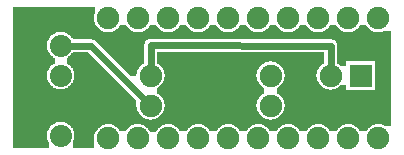
<source format=gtl>
G04 MADE WITH FRITZING*
G04 WWW.FRITZING.ORG*
G04 DOUBLE SIDED*
G04 HOLES PLATED*
G04 CONTOUR ON CENTER OF CONTOUR VECTOR*
%ASAXBY*%
%FSLAX23Y23*%
%MOIN*%
%OFA0B0*%
%SFA1.0B1.0*%
%ADD10C,0.075000*%
%ADD11C,0.073749*%
%ADD12C,0.075334*%
%ADD13R,0.075000X0.075000*%
%ADD14C,0.024000*%
%LNCOPPER1*%
G90*
G70*
G54D10*
X100Y360D03*
G54D11*
X198Y381D03*
X198Y281D03*
X198Y81D03*
G54D10*
X498Y281D03*
X898Y281D03*
X498Y181D03*
X898Y181D03*
G54D12*
X556Y472D03*
X656Y472D03*
X756Y472D03*
X856Y472D03*
X956Y472D03*
X1056Y472D03*
X1156Y472D03*
X1256Y472D03*
X656Y72D03*
X756Y72D03*
X856Y72D03*
X956Y72D03*
X1056Y72D03*
X1156Y72D03*
X1256Y72D03*
X556Y72D03*
X456Y472D03*
X455Y72D03*
X356Y472D03*
X356Y72D03*
G54D10*
X1198Y281D03*
X1098Y281D03*
G54D13*
X1198Y281D03*
G54D14*
X230Y381D02*
X298Y380D01*
D02*
X298Y380D02*
X478Y201D01*
D02*
X1098Y381D02*
X498Y382D01*
D02*
X1098Y310D02*
X1098Y381D01*
D02*
X498Y382D02*
X498Y310D01*
G36*
X40Y511D02*
X40Y427D01*
X210Y427D01*
X210Y425D01*
X346Y425D01*
X346Y427D01*
X340Y427D01*
X340Y429D01*
X336Y429D01*
X336Y431D01*
X332Y431D01*
X332Y433D01*
X330Y433D01*
X330Y435D01*
X328Y435D01*
X328Y437D01*
X326Y437D01*
X326Y439D01*
X322Y439D01*
X322Y443D01*
X320Y443D01*
X320Y445D01*
X318Y445D01*
X318Y447D01*
X316Y447D01*
X316Y451D01*
X314Y451D01*
X314Y455D01*
X312Y455D01*
X312Y459D01*
X310Y459D01*
X310Y467D01*
X308Y467D01*
X308Y477D01*
X310Y477D01*
X310Y485D01*
X312Y485D01*
X312Y491D01*
X314Y491D01*
X314Y511D01*
X40Y511D01*
G37*
D02*
G36*
X396Y449D02*
X396Y447D01*
X394Y447D01*
X394Y445D01*
X392Y445D01*
X392Y441D01*
X390Y441D01*
X390Y439D01*
X388Y439D01*
X388Y437D01*
X384Y437D01*
X384Y435D01*
X382Y435D01*
X382Y433D01*
X380Y433D01*
X380Y431D01*
X376Y431D01*
X376Y429D01*
X372Y429D01*
X372Y427D01*
X366Y427D01*
X366Y425D01*
X446Y425D01*
X446Y427D01*
X440Y427D01*
X440Y429D01*
X436Y429D01*
X436Y431D01*
X432Y431D01*
X432Y433D01*
X430Y433D01*
X430Y435D01*
X428Y435D01*
X428Y437D01*
X426Y437D01*
X426Y439D01*
X422Y439D01*
X422Y443D01*
X420Y443D01*
X420Y445D01*
X418Y445D01*
X418Y447D01*
X416Y447D01*
X416Y449D01*
X396Y449D01*
G37*
D02*
G36*
X496Y449D02*
X496Y447D01*
X494Y447D01*
X494Y445D01*
X492Y445D01*
X492Y441D01*
X490Y441D01*
X490Y439D01*
X488Y439D01*
X488Y437D01*
X484Y437D01*
X484Y435D01*
X482Y435D01*
X482Y433D01*
X480Y433D01*
X480Y431D01*
X476Y431D01*
X476Y429D01*
X472Y429D01*
X472Y427D01*
X466Y427D01*
X466Y425D01*
X546Y425D01*
X546Y427D01*
X540Y427D01*
X540Y429D01*
X536Y429D01*
X536Y431D01*
X532Y431D01*
X532Y433D01*
X530Y433D01*
X530Y435D01*
X528Y435D01*
X528Y437D01*
X526Y437D01*
X526Y439D01*
X522Y439D01*
X522Y443D01*
X520Y443D01*
X520Y445D01*
X518Y445D01*
X518Y447D01*
X516Y447D01*
X516Y449D01*
X496Y449D01*
G37*
D02*
G36*
X596Y449D02*
X596Y447D01*
X594Y447D01*
X594Y445D01*
X592Y445D01*
X592Y441D01*
X590Y441D01*
X590Y439D01*
X588Y439D01*
X588Y437D01*
X584Y437D01*
X584Y435D01*
X582Y435D01*
X582Y433D01*
X580Y433D01*
X580Y431D01*
X576Y431D01*
X576Y429D01*
X572Y429D01*
X572Y427D01*
X566Y427D01*
X566Y425D01*
X646Y425D01*
X646Y427D01*
X640Y427D01*
X640Y429D01*
X636Y429D01*
X636Y431D01*
X632Y431D01*
X632Y433D01*
X630Y433D01*
X630Y435D01*
X628Y435D01*
X628Y437D01*
X626Y437D01*
X626Y439D01*
X622Y439D01*
X622Y443D01*
X620Y443D01*
X620Y445D01*
X618Y445D01*
X618Y447D01*
X616Y447D01*
X616Y449D01*
X596Y449D01*
G37*
D02*
G36*
X696Y449D02*
X696Y447D01*
X694Y447D01*
X694Y445D01*
X692Y445D01*
X692Y441D01*
X690Y441D01*
X690Y439D01*
X688Y439D01*
X688Y437D01*
X684Y437D01*
X684Y435D01*
X682Y435D01*
X682Y433D01*
X680Y433D01*
X680Y431D01*
X676Y431D01*
X676Y429D01*
X672Y429D01*
X672Y427D01*
X666Y427D01*
X666Y425D01*
X746Y425D01*
X746Y427D01*
X740Y427D01*
X740Y429D01*
X736Y429D01*
X736Y431D01*
X732Y431D01*
X732Y433D01*
X730Y433D01*
X730Y435D01*
X728Y435D01*
X728Y437D01*
X726Y437D01*
X726Y439D01*
X722Y439D01*
X722Y443D01*
X720Y443D01*
X720Y445D01*
X718Y445D01*
X718Y447D01*
X716Y447D01*
X716Y449D01*
X696Y449D01*
G37*
D02*
G36*
X796Y449D02*
X796Y447D01*
X794Y447D01*
X794Y445D01*
X792Y445D01*
X792Y441D01*
X790Y441D01*
X790Y439D01*
X788Y439D01*
X788Y437D01*
X784Y437D01*
X784Y435D01*
X782Y435D01*
X782Y433D01*
X780Y433D01*
X780Y431D01*
X776Y431D01*
X776Y429D01*
X772Y429D01*
X772Y427D01*
X766Y427D01*
X766Y425D01*
X846Y425D01*
X846Y427D01*
X840Y427D01*
X840Y429D01*
X836Y429D01*
X836Y431D01*
X832Y431D01*
X832Y433D01*
X830Y433D01*
X830Y435D01*
X828Y435D01*
X828Y437D01*
X826Y437D01*
X826Y439D01*
X822Y439D01*
X822Y443D01*
X820Y443D01*
X820Y445D01*
X818Y445D01*
X818Y447D01*
X816Y447D01*
X816Y449D01*
X796Y449D01*
G37*
D02*
G36*
X896Y449D02*
X896Y447D01*
X894Y447D01*
X894Y445D01*
X892Y445D01*
X892Y441D01*
X890Y441D01*
X890Y439D01*
X888Y439D01*
X888Y437D01*
X884Y437D01*
X884Y435D01*
X882Y435D01*
X882Y433D01*
X880Y433D01*
X880Y431D01*
X876Y431D01*
X876Y429D01*
X872Y429D01*
X872Y427D01*
X866Y427D01*
X866Y425D01*
X946Y425D01*
X946Y427D01*
X940Y427D01*
X940Y429D01*
X936Y429D01*
X936Y431D01*
X932Y431D01*
X932Y433D01*
X930Y433D01*
X930Y435D01*
X928Y435D01*
X928Y437D01*
X926Y437D01*
X926Y439D01*
X922Y439D01*
X922Y443D01*
X920Y443D01*
X920Y445D01*
X918Y445D01*
X918Y447D01*
X916Y447D01*
X916Y449D01*
X896Y449D01*
G37*
D02*
G36*
X996Y449D02*
X996Y447D01*
X994Y447D01*
X994Y445D01*
X992Y445D01*
X992Y441D01*
X990Y441D01*
X990Y439D01*
X988Y439D01*
X988Y437D01*
X984Y437D01*
X984Y435D01*
X982Y435D01*
X982Y433D01*
X980Y433D01*
X980Y431D01*
X976Y431D01*
X976Y429D01*
X972Y429D01*
X972Y427D01*
X966Y427D01*
X966Y425D01*
X1046Y425D01*
X1046Y427D01*
X1040Y427D01*
X1040Y429D01*
X1036Y429D01*
X1036Y431D01*
X1032Y431D01*
X1032Y433D01*
X1030Y433D01*
X1030Y435D01*
X1028Y435D01*
X1028Y437D01*
X1026Y437D01*
X1026Y439D01*
X1022Y439D01*
X1022Y443D01*
X1020Y443D01*
X1020Y445D01*
X1018Y445D01*
X1018Y447D01*
X1016Y447D01*
X1016Y449D01*
X996Y449D01*
G37*
D02*
G36*
X1096Y449D02*
X1096Y447D01*
X1094Y447D01*
X1094Y445D01*
X1092Y445D01*
X1092Y441D01*
X1090Y441D01*
X1090Y439D01*
X1088Y439D01*
X1088Y437D01*
X1084Y437D01*
X1084Y435D01*
X1082Y435D01*
X1082Y433D01*
X1080Y433D01*
X1080Y431D01*
X1076Y431D01*
X1076Y429D01*
X1072Y429D01*
X1072Y427D01*
X1066Y427D01*
X1066Y425D01*
X1146Y425D01*
X1146Y427D01*
X1140Y427D01*
X1140Y429D01*
X1136Y429D01*
X1136Y431D01*
X1132Y431D01*
X1132Y433D01*
X1130Y433D01*
X1130Y435D01*
X1128Y435D01*
X1128Y437D01*
X1126Y437D01*
X1126Y439D01*
X1122Y439D01*
X1122Y443D01*
X1120Y443D01*
X1120Y445D01*
X1118Y445D01*
X1118Y447D01*
X1116Y447D01*
X1116Y449D01*
X1096Y449D01*
G37*
D02*
G36*
X1196Y449D02*
X1196Y447D01*
X1194Y447D01*
X1194Y445D01*
X1192Y445D01*
X1192Y441D01*
X1190Y441D01*
X1190Y439D01*
X1188Y439D01*
X1188Y437D01*
X1184Y437D01*
X1184Y435D01*
X1182Y435D01*
X1182Y433D01*
X1180Y433D01*
X1180Y431D01*
X1176Y431D01*
X1176Y429D01*
X1172Y429D01*
X1172Y427D01*
X1166Y427D01*
X1166Y425D01*
X1246Y425D01*
X1246Y427D01*
X1240Y427D01*
X1240Y429D01*
X1236Y429D01*
X1236Y431D01*
X1232Y431D01*
X1232Y433D01*
X1230Y433D01*
X1230Y435D01*
X1228Y435D01*
X1228Y437D01*
X1226Y437D01*
X1226Y439D01*
X1222Y439D01*
X1222Y443D01*
X1220Y443D01*
X1220Y445D01*
X1218Y445D01*
X1218Y447D01*
X1216Y447D01*
X1216Y449D01*
X1196Y449D01*
G37*
D02*
G36*
X1276Y431D02*
X1276Y429D01*
X1272Y429D01*
X1272Y427D01*
X1266Y427D01*
X1266Y425D01*
X1298Y425D01*
X1298Y431D01*
X1276Y431D01*
G37*
D02*
G36*
X40Y427D02*
X40Y235D01*
X186Y235D01*
X186Y237D01*
X182Y237D01*
X182Y239D01*
X178Y239D01*
X178Y241D01*
X174Y241D01*
X174Y243D01*
X172Y243D01*
X172Y245D01*
X170Y245D01*
X170Y247D01*
X166Y247D01*
X166Y249D01*
X164Y249D01*
X164Y253D01*
X162Y253D01*
X162Y255D01*
X160Y255D01*
X160Y257D01*
X158Y257D01*
X158Y261D01*
X156Y261D01*
X156Y265D01*
X154Y265D01*
X154Y269D01*
X152Y269D01*
X152Y293D01*
X154Y293D01*
X154Y297D01*
X156Y297D01*
X156Y301D01*
X158Y301D01*
X158Y305D01*
X160Y305D01*
X160Y307D01*
X162Y307D01*
X162Y309D01*
X164Y309D01*
X164Y313D01*
X166Y313D01*
X166Y315D01*
X170Y315D01*
X170Y317D01*
X172Y317D01*
X172Y319D01*
X174Y319D01*
X174Y321D01*
X178Y321D01*
X178Y341D01*
X174Y341D01*
X174Y343D01*
X172Y343D01*
X172Y345D01*
X170Y345D01*
X170Y347D01*
X166Y347D01*
X166Y349D01*
X164Y349D01*
X164Y353D01*
X162Y353D01*
X162Y355D01*
X160Y355D01*
X160Y357D01*
X158Y357D01*
X158Y361D01*
X156Y361D01*
X156Y365D01*
X154Y365D01*
X154Y369D01*
X152Y369D01*
X152Y393D01*
X154Y393D01*
X154Y397D01*
X156Y397D01*
X156Y401D01*
X158Y401D01*
X158Y405D01*
X160Y405D01*
X160Y407D01*
X162Y407D01*
X162Y409D01*
X164Y409D01*
X164Y413D01*
X166Y413D01*
X166Y415D01*
X170Y415D01*
X170Y417D01*
X172Y417D01*
X172Y419D01*
X174Y419D01*
X174Y421D01*
X178Y421D01*
X178Y423D01*
X182Y423D01*
X182Y425D01*
X186Y425D01*
X186Y427D01*
X40Y427D01*
G37*
D02*
G36*
X214Y425D02*
X214Y423D01*
X1298Y423D01*
X1298Y425D01*
X214Y425D01*
G37*
D02*
G36*
X214Y425D02*
X214Y423D01*
X1298Y423D01*
X1298Y425D01*
X214Y425D01*
G37*
D02*
G36*
X214Y425D02*
X214Y423D01*
X1298Y423D01*
X1298Y425D01*
X214Y425D01*
G37*
D02*
G36*
X214Y425D02*
X214Y423D01*
X1298Y423D01*
X1298Y425D01*
X214Y425D01*
G37*
D02*
G36*
X214Y425D02*
X214Y423D01*
X1298Y423D01*
X1298Y425D01*
X214Y425D01*
G37*
D02*
G36*
X214Y425D02*
X214Y423D01*
X1298Y423D01*
X1298Y425D01*
X214Y425D01*
G37*
D02*
G36*
X214Y425D02*
X214Y423D01*
X1298Y423D01*
X1298Y425D01*
X214Y425D01*
G37*
D02*
G36*
X214Y425D02*
X214Y423D01*
X1298Y423D01*
X1298Y425D01*
X214Y425D01*
G37*
D02*
G36*
X214Y425D02*
X214Y423D01*
X1298Y423D01*
X1298Y425D01*
X214Y425D01*
G37*
D02*
G36*
X214Y425D02*
X214Y423D01*
X1298Y423D01*
X1298Y425D01*
X214Y425D01*
G37*
D02*
G36*
X214Y425D02*
X214Y423D01*
X1298Y423D01*
X1298Y425D01*
X214Y425D01*
G37*
D02*
G36*
X218Y423D02*
X218Y421D01*
X222Y421D01*
X222Y419D01*
X224Y419D01*
X224Y417D01*
X226Y417D01*
X226Y415D01*
X230Y415D01*
X230Y413D01*
X232Y413D01*
X232Y409D01*
X234Y409D01*
X234Y407D01*
X236Y407D01*
X236Y405D01*
X238Y405D01*
X238Y403D01*
X1104Y403D01*
X1104Y401D01*
X1110Y401D01*
X1110Y399D01*
X1112Y399D01*
X1112Y397D01*
X1114Y397D01*
X1114Y395D01*
X1116Y395D01*
X1116Y391D01*
X1118Y391D01*
X1118Y387D01*
X1120Y387D01*
X1120Y329D01*
X1246Y329D01*
X1246Y233D01*
X1298Y233D01*
X1298Y423D01*
X218Y423D01*
G37*
D02*
G36*
X302Y403D02*
X302Y401D01*
X308Y401D01*
X308Y399D01*
X312Y399D01*
X312Y397D01*
X314Y397D01*
X314Y395D01*
X316Y395D01*
X316Y393D01*
X318Y393D01*
X318Y391D01*
X320Y391D01*
X320Y389D01*
X322Y389D01*
X322Y387D01*
X324Y387D01*
X324Y385D01*
X326Y385D01*
X326Y383D01*
X328Y383D01*
X328Y381D01*
X330Y381D01*
X330Y379D01*
X332Y379D01*
X332Y377D01*
X334Y377D01*
X334Y375D01*
X336Y375D01*
X336Y373D01*
X338Y373D01*
X338Y371D01*
X340Y371D01*
X340Y369D01*
X342Y369D01*
X342Y367D01*
X344Y367D01*
X344Y365D01*
X346Y365D01*
X346Y363D01*
X348Y363D01*
X348Y361D01*
X350Y361D01*
X350Y359D01*
X352Y359D01*
X352Y357D01*
X354Y357D01*
X354Y355D01*
X356Y355D01*
X356Y353D01*
X358Y353D01*
X358Y351D01*
X360Y351D01*
X360Y349D01*
X362Y349D01*
X362Y347D01*
X364Y347D01*
X364Y345D01*
X366Y345D01*
X366Y343D01*
X368Y343D01*
X368Y341D01*
X370Y341D01*
X370Y339D01*
X372Y339D01*
X372Y337D01*
X374Y337D01*
X374Y335D01*
X376Y335D01*
X376Y333D01*
X378Y333D01*
X378Y331D01*
X380Y331D01*
X380Y329D01*
X382Y329D01*
X382Y327D01*
X384Y327D01*
X384Y325D01*
X386Y325D01*
X386Y323D01*
X388Y323D01*
X388Y321D01*
X390Y321D01*
X390Y319D01*
X392Y319D01*
X392Y317D01*
X394Y317D01*
X394Y315D01*
X396Y315D01*
X396Y313D01*
X398Y313D01*
X398Y311D01*
X400Y311D01*
X400Y309D01*
X402Y309D01*
X402Y307D01*
X404Y307D01*
X404Y305D01*
X406Y305D01*
X406Y303D01*
X408Y303D01*
X408Y301D01*
X410Y301D01*
X410Y299D01*
X412Y299D01*
X412Y297D01*
X414Y297D01*
X414Y295D01*
X416Y295D01*
X416Y293D01*
X418Y293D01*
X418Y291D01*
X420Y291D01*
X420Y289D01*
X422Y289D01*
X422Y287D01*
X424Y287D01*
X424Y285D01*
X426Y285D01*
X426Y283D01*
X428Y283D01*
X428Y281D01*
X430Y281D01*
X430Y279D01*
X450Y279D01*
X450Y287D01*
X452Y287D01*
X452Y293D01*
X454Y293D01*
X454Y299D01*
X456Y299D01*
X456Y303D01*
X458Y303D01*
X458Y305D01*
X460Y305D01*
X460Y309D01*
X462Y309D01*
X462Y311D01*
X464Y311D01*
X464Y313D01*
X466Y313D01*
X466Y315D01*
X468Y315D01*
X468Y317D01*
X470Y317D01*
X470Y319D01*
X474Y319D01*
X474Y321D01*
X476Y321D01*
X476Y387D01*
X478Y387D01*
X478Y391D01*
X480Y391D01*
X480Y395D01*
X482Y395D01*
X482Y397D01*
X484Y397D01*
X484Y399D01*
X486Y399D01*
X486Y401D01*
X490Y401D01*
X490Y403D01*
X302Y403D01*
G37*
D02*
G36*
X238Y359D02*
X238Y357D01*
X236Y357D01*
X236Y355D01*
X234Y355D01*
X234Y353D01*
X232Y353D01*
X232Y349D01*
X230Y349D01*
X230Y347D01*
X226Y347D01*
X226Y345D01*
X224Y345D01*
X224Y343D01*
X222Y343D01*
X222Y341D01*
X218Y341D01*
X218Y321D01*
X222Y321D01*
X222Y319D01*
X224Y319D01*
X224Y317D01*
X226Y317D01*
X226Y315D01*
X230Y315D01*
X230Y313D01*
X232Y313D01*
X232Y309D01*
X234Y309D01*
X234Y307D01*
X236Y307D01*
X236Y305D01*
X238Y305D01*
X238Y301D01*
X240Y301D01*
X240Y297D01*
X242Y297D01*
X242Y293D01*
X244Y293D01*
X244Y269D01*
X242Y269D01*
X242Y265D01*
X240Y265D01*
X240Y261D01*
X238Y261D01*
X238Y257D01*
X236Y257D01*
X236Y255D01*
X234Y255D01*
X234Y253D01*
X232Y253D01*
X232Y249D01*
X230Y249D01*
X230Y247D01*
X226Y247D01*
X226Y245D01*
X224Y245D01*
X224Y243D01*
X222Y243D01*
X222Y241D01*
X218Y241D01*
X218Y239D01*
X214Y239D01*
X214Y237D01*
X210Y237D01*
X210Y235D01*
X412Y235D01*
X412Y237D01*
X410Y237D01*
X410Y239D01*
X408Y239D01*
X408Y241D01*
X406Y241D01*
X406Y243D01*
X404Y243D01*
X404Y245D01*
X402Y245D01*
X402Y247D01*
X400Y247D01*
X400Y249D01*
X398Y249D01*
X398Y251D01*
X396Y251D01*
X396Y253D01*
X394Y253D01*
X394Y255D01*
X392Y255D01*
X392Y257D01*
X390Y257D01*
X390Y259D01*
X388Y259D01*
X388Y261D01*
X386Y261D01*
X386Y263D01*
X384Y263D01*
X384Y265D01*
X382Y265D01*
X382Y267D01*
X380Y267D01*
X380Y269D01*
X378Y269D01*
X378Y271D01*
X376Y271D01*
X376Y273D01*
X374Y273D01*
X374Y275D01*
X372Y275D01*
X372Y277D01*
X370Y277D01*
X370Y279D01*
X368Y279D01*
X368Y281D01*
X366Y281D01*
X366Y283D01*
X364Y283D01*
X364Y285D01*
X362Y285D01*
X362Y287D01*
X360Y287D01*
X360Y289D01*
X358Y289D01*
X358Y291D01*
X356Y291D01*
X356Y293D01*
X354Y293D01*
X354Y295D01*
X352Y295D01*
X352Y297D01*
X350Y297D01*
X350Y299D01*
X348Y299D01*
X348Y301D01*
X346Y301D01*
X346Y303D01*
X344Y303D01*
X344Y305D01*
X342Y305D01*
X342Y307D01*
X340Y307D01*
X340Y309D01*
X338Y309D01*
X338Y311D01*
X336Y311D01*
X336Y313D01*
X334Y313D01*
X334Y315D01*
X332Y315D01*
X332Y317D01*
X330Y317D01*
X330Y319D01*
X328Y319D01*
X328Y321D01*
X326Y321D01*
X326Y323D01*
X324Y323D01*
X324Y325D01*
X322Y325D01*
X322Y327D01*
X320Y327D01*
X320Y329D01*
X318Y329D01*
X318Y331D01*
X316Y331D01*
X316Y333D01*
X314Y333D01*
X314Y335D01*
X312Y335D01*
X312Y337D01*
X310Y337D01*
X310Y339D01*
X308Y339D01*
X308Y341D01*
X306Y341D01*
X306Y343D01*
X304Y343D01*
X304Y345D01*
X302Y345D01*
X302Y347D01*
X300Y347D01*
X300Y349D01*
X298Y349D01*
X298Y351D01*
X296Y351D01*
X296Y353D01*
X294Y353D01*
X294Y355D01*
X292Y355D01*
X292Y357D01*
X290Y357D01*
X290Y359D01*
X238Y359D01*
G37*
D02*
G36*
X520Y359D02*
X520Y329D01*
X904Y329D01*
X904Y327D01*
X910Y327D01*
X910Y325D01*
X916Y325D01*
X916Y323D01*
X920Y323D01*
X920Y321D01*
X922Y321D01*
X922Y319D01*
X926Y319D01*
X926Y317D01*
X928Y317D01*
X928Y315D01*
X930Y315D01*
X930Y313D01*
X932Y313D01*
X932Y311D01*
X934Y311D01*
X934Y309D01*
X936Y309D01*
X936Y305D01*
X938Y305D01*
X938Y303D01*
X940Y303D01*
X940Y299D01*
X942Y299D01*
X942Y293D01*
X944Y293D01*
X944Y287D01*
X946Y287D01*
X946Y275D01*
X944Y275D01*
X944Y269D01*
X942Y269D01*
X942Y263D01*
X940Y263D01*
X940Y259D01*
X938Y259D01*
X938Y257D01*
X936Y257D01*
X936Y253D01*
X934Y253D01*
X934Y251D01*
X932Y251D01*
X932Y249D01*
X930Y249D01*
X930Y247D01*
X928Y247D01*
X928Y245D01*
X926Y245D01*
X926Y243D01*
X922Y243D01*
X922Y241D01*
X920Y241D01*
X920Y233D01*
X1092Y233D01*
X1092Y235D01*
X1086Y235D01*
X1086Y237D01*
X1080Y237D01*
X1080Y239D01*
X1076Y239D01*
X1076Y241D01*
X1074Y241D01*
X1074Y243D01*
X1070Y243D01*
X1070Y245D01*
X1068Y245D01*
X1068Y247D01*
X1066Y247D01*
X1066Y249D01*
X1064Y249D01*
X1064Y251D01*
X1062Y251D01*
X1062Y253D01*
X1060Y253D01*
X1060Y257D01*
X1058Y257D01*
X1058Y259D01*
X1056Y259D01*
X1056Y263D01*
X1054Y263D01*
X1054Y269D01*
X1052Y269D01*
X1052Y275D01*
X1050Y275D01*
X1050Y287D01*
X1052Y287D01*
X1052Y293D01*
X1054Y293D01*
X1054Y299D01*
X1056Y299D01*
X1056Y303D01*
X1058Y303D01*
X1058Y305D01*
X1060Y305D01*
X1060Y309D01*
X1062Y309D01*
X1062Y311D01*
X1064Y311D01*
X1064Y313D01*
X1066Y313D01*
X1066Y315D01*
X1068Y315D01*
X1068Y317D01*
X1070Y317D01*
X1070Y319D01*
X1074Y319D01*
X1074Y321D01*
X1076Y321D01*
X1076Y359D01*
X520Y359D01*
G37*
D02*
G36*
X520Y329D02*
X520Y321D01*
X522Y321D01*
X522Y319D01*
X526Y319D01*
X526Y317D01*
X528Y317D01*
X528Y315D01*
X530Y315D01*
X530Y313D01*
X532Y313D01*
X532Y311D01*
X534Y311D01*
X534Y309D01*
X536Y309D01*
X536Y305D01*
X538Y305D01*
X538Y303D01*
X540Y303D01*
X540Y299D01*
X542Y299D01*
X542Y293D01*
X544Y293D01*
X544Y287D01*
X546Y287D01*
X546Y275D01*
X544Y275D01*
X544Y269D01*
X542Y269D01*
X542Y263D01*
X540Y263D01*
X540Y259D01*
X538Y259D01*
X538Y257D01*
X536Y257D01*
X536Y253D01*
X534Y253D01*
X534Y251D01*
X532Y251D01*
X532Y249D01*
X530Y249D01*
X530Y247D01*
X528Y247D01*
X528Y245D01*
X526Y245D01*
X526Y243D01*
X522Y243D01*
X522Y241D01*
X520Y241D01*
X520Y221D01*
X522Y221D01*
X522Y219D01*
X526Y219D01*
X526Y217D01*
X528Y217D01*
X528Y215D01*
X530Y215D01*
X530Y213D01*
X532Y213D01*
X532Y211D01*
X534Y211D01*
X534Y209D01*
X536Y209D01*
X536Y205D01*
X538Y205D01*
X538Y203D01*
X540Y203D01*
X540Y199D01*
X542Y199D01*
X542Y193D01*
X544Y193D01*
X544Y187D01*
X546Y187D01*
X546Y175D01*
X544Y175D01*
X544Y169D01*
X542Y169D01*
X542Y163D01*
X540Y163D01*
X540Y159D01*
X538Y159D01*
X538Y157D01*
X536Y157D01*
X536Y153D01*
X534Y153D01*
X534Y151D01*
X532Y151D01*
X532Y149D01*
X530Y149D01*
X530Y147D01*
X528Y147D01*
X528Y145D01*
X526Y145D01*
X526Y143D01*
X522Y143D01*
X522Y141D01*
X520Y141D01*
X520Y139D01*
X516Y139D01*
X516Y137D01*
X510Y137D01*
X510Y135D01*
X504Y135D01*
X504Y133D01*
X892Y133D01*
X892Y135D01*
X886Y135D01*
X886Y137D01*
X880Y137D01*
X880Y139D01*
X876Y139D01*
X876Y141D01*
X874Y141D01*
X874Y143D01*
X870Y143D01*
X870Y145D01*
X868Y145D01*
X868Y147D01*
X866Y147D01*
X866Y149D01*
X864Y149D01*
X864Y151D01*
X862Y151D01*
X862Y153D01*
X860Y153D01*
X860Y157D01*
X858Y157D01*
X858Y159D01*
X856Y159D01*
X856Y163D01*
X854Y163D01*
X854Y169D01*
X852Y169D01*
X852Y175D01*
X850Y175D01*
X850Y187D01*
X852Y187D01*
X852Y193D01*
X854Y193D01*
X854Y199D01*
X856Y199D01*
X856Y203D01*
X858Y203D01*
X858Y205D01*
X860Y205D01*
X860Y209D01*
X862Y209D01*
X862Y211D01*
X864Y211D01*
X864Y213D01*
X866Y213D01*
X866Y215D01*
X868Y215D01*
X868Y217D01*
X870Y217D01*
X870Y219D01*
X874Y219D01*
X874Y221D01*
X876Y221D01*
X876Y241D01*
X874Y241D01*
X874Y243D01*
X870Y243D01*
X870Y245D01*
X868Y245D01*
X868Y247D01*
X866Y247D01*
X866Y249D01*
X864Y249D01*
X864Y251D01*
X862Y251D01*
X862Y253D01*
X860Y253D01*
X860Y257D01*
X858Y257D01*
X858Y259D01*
X856Y259D01*
X856Y263D01*
X854Y263D01*
X854Y269D01*
X852Y269D01*
X852Y275D01*
X850Y275D01*
X850Y287D01*
X852Y287D01*
X852Y293D01*
X854Y293D01*
X854Y299D01*
X856Y299D01*
X856Y303D01*
X858Y303D01*
X858Y305D01*
X860Y305D01*
X860Y309D01*
X862Y309D01*
X862Y311D01*
X864Y311D01*
X864Y313D01*
X866Y313D01*
X866Y315D01*
X868Y315D01*
X868Y317D01*
X870Y317D01*
X870Y319D01*
X874Y319D01*
X874Y321D01*
X876Y321D01*
X876Y323D01*
X880Y323D01*
X880Y325D01*
X886Y325D01*
X886Y327D01*
X892Y327D01*
X892Y329D01*
X520Y329D01*
G37*
D02*
G36*
X1120Y329D02*
X1120Y321D01*
X1122Y321D01*
X1122Y319D01*
X1126Y319D01*
X1126Y317D01*
X1128Y317D01*
X1128Y315D01*
X1130Y315D01*
X1130Y313D01*
X1150Y313D01*
X1150Y329D01*
X1120Y329D01*
G37*
D02*
G36*
X1130Y249D02*
X1130Y247D01*
X1128Y247D01*
X1128Y245D01*
X1126Y245D01*
X1126Y243D01*
X1122Y243D01*
X1122Y241D01*
X1120Y241D01*
X1120Y239D01*
X1116Y239D01*
X1116Y237D01*
X1110Y237D01*
X1110Y235D01*
X1104Y235D01*
X1104Y233D01*
X1150Y233D01*
X1150Y249D01*
X1130Y249D01*
G37*
D02*
G36*
X40Y235D02*
X40Y233D01*
X414Y233D01*
X414Y235D01*
X40Y235D01*
G37*
D02*
G36*
X40Y235D02*
X40Y233D01*
X414Y233D01*
X414Y235D01*
X40Y235D01*
G37*
D02*
G36*
X40Y233D02*
X40Y133D01*
X492Y133D01*
X492Y135D01*
X486Y135D01*
X486Y137D01*
X480Y137D01*
X480Y139D01*
X476Y139D01*
X476Y141D01*
X474Y141D01*
X474Y143D01*
X470Y143D01*
X470Y145D01*
X468Y145D01*
X468Y147D01*
X466Y147D01*
X466Y149D01*
X464Y149D01*
X464Y151D01*
X462Y151D01*
X462Y153D01*
X460Y153D01*
X460Y157D01*
X458Y157D01*
X458Y159D01*
X456Y159D01*
X456Y163D01*
X454Y163D01*
X454Y169D01*
X452Y169D01*
X452Y175D01*
X450Y175D01*
X450Y199D01*
X448Y199D01*
X448Y201D01*
X446Y201D01*
X446Y203D01*
X444Y203D01*
X444Y205D01*
X442Y205D01*
X442Y207D01*
X440Y207D01*
X440Y209D01*
X438Y209D01*
X438Y211D01*
X436Y211D01*
X436Y213D01*
X434Y213D01*
X434Y215D01*
X432Y215D01*
X432Y217D01*
X430Y217D01*
X430Y219D01*
X428Y219D01*
X428Y221D01*
X426Y221D01*
X426Y223D01*
X424Y223D01*
X424Y225D01*
X422Y225D01*
X422Y227D01*
X420Y227D01*
X420Y229D01*
X418Y229D01*
X418Y231D01*
X416Y231D01*
X416Y233D01*
X40Y233D01*
G37*
D02*
G36*
X920Y233D02*
X920Y231D01*
X1298Y231D01*
X1298Y233D01*
X920Y233D01*
G37*
D02*
G36*
X920Y233D02*
X920Y231D01*
X1298Y231D01*
X1298Y233D01*
X920Y233D01*
G37*
D02*
G36*
X920Y233D02*
X920Y231D01*
X1298Y231D01*
X1298Y233D01*
X920Y233D01*
G37*
D02*
G36*
X920Y231D02*
X920Y221D01*
X922Y221D01*
X922Y219D01*
X926Y219D01*
X926Y217D01*
X928Y217D01*
X928Y215D01*
X930Y215D01*
X930Y213D01*
X932Y213D01*
X932Y211D01*
X934Y211D01*
X934Y209D01*
X936Y209D01*
X936Y205D01*
X938Y205D01*
X938Y203D01*
X940Y203D01*
X940Y199D01*
X942Y199D01*
X942Y193D01*
X944Y193D01*
X944Y187D01*
X946Y187D01*
X946Y175D01*
X944Y175D01*
X944Y169D01*
X942Y169D01*
X942Y163D01*
X940Y163D01*
X940Y159D01*
X938Y159D01*
X938Y157D01*
X936Y157D01*
X936Y153D01*
X934Y153D01*
X934Y151D01*
X932Y151D01*
X932Y149D01*
X930Y149D01*
X930Y147D01*
X928Y147D01*
X928Y145D01*
X926Y145D01*
X926Y143D01*
X922Y143D01*
X922Y141D01*
X920Y141D01*
X920Y139D01*
X916Y139D01*
X916Y137D01*
X910Y137D01*
X910Y135D01*
X904Y135D01*
X904Y133D01*
X1298Y133D01*
X1298Y231D01*
X920Y231D01*
G37*
D02*
G36*
X40Y133D02*
X40Y131D01*
X1298Y131D01*
X1298Y133D01*
X40Y133D01*
G37*
D02*
G36*
X40Y133D02*
X40Y131D01*
X1298Y131D01*
X1298Y133D01*
X40Y133D01*
G37*
D02*
G36*
X40Y133D02*
X40Y131D01*
X1298Y131D01*
X1298Y133D01*
X40Y133D01*
G37*
D02*
G36*
X40Y131D02*
X40Y127D01*
X210Y127D01*
X210Y125D01*
X214Y125D01*
X214Y123D01*
X218Y123D01*
X218Y121D01*
X222Y121D01*
X222Y119D01*
X1268Y119D01*
X1268Y117D01*
X1272Y117D01*
X1272Y115D01*
X1276Y115D01*
X1276Y113D01*
X1298Y113D01*
X1298Y131D01*
X40Y131D01*
G37*
D02*
G36*
X40Y127D02*
X40Y41D01*
X158Y41D01*
X158Y61D01*
X156Y61D01*
X156Y65D01*
X154Y65D01*
X154Y69D01*
X152Y69D01*
X152Y93D01*
X154Y93D01*
X154Y97D01*
X156Y97D01*
X156Y101D01*
X158Y101D01*
X158Y105D01*
X160Y105D01*
X160Y107D01*
X162Y107D01*
X162Y109D01*
X164Y109D01*
X164Y113D01*
X166Y113D01*
X166Y115D01*
X170Y115D01*
X170Y117D01*
X172Y117D01*
X172Y119D01*
X174Y119D01*
X174Y121D01*
X178Y121D01*
X178Y123D01*
X182Y123D01*
X182Y125D01*
X186Y125D01*
X186Y127D01*
X40Y127D01*
G37*
D02*
G36*
X224Y119D02*
X224Y117D01*
X226Y117D01*
X226Y115D01*
X230Y115D01*
X230Y113D01*
X232Y113D01*
X232Y109D01*
X234Y109D01*
X234Y107D01*
X236Y107D01*
X236Y105D01*
X238Y105D01*
X238Y101D01*
X240Y101D01*
X240Y97D01*
X242Y97D01*
X242Y93D01*
X244Y93D01*
X244Y69D01*
X242Y69D01*
X242Y65D01*
X240Y65D01*
X240Y61D01*
X238Y61D01*
X238Y41D01*
X310Y41D01*
X310Y67D01*
X308Y67D01*
X308Y77D01*
X310Y77D01*
X310Y85D01*
X312Y85D01*
X312Y91D01*
X314Y91D01*
X314Y93D01*
X316Y93D01*
X316Y97D01*
X318Y97D01*
X318Y99D01*
X320Y99D01*
X320Y101D01*
X322Y101D01*
X322Y105D01*
X324Y105D01*
X324Y107D01*
X328Y107D01*
X328Y109D01*
X330Y109D01*
X330Y111D01*
X332Y111D01*
X332Y113D01*
X336Y113D01*
X336Y115D01*
X340Y115D01*
X340Y117D01*
X346Y117D01*
X346Y119D01*
X224Y119D01*
G37*
D02*
G36*
X368Y119D02*
X368Y117D01*
X372Y117D01*
X372Y115D01*
X376Y115D01*
X376Y113D01*
X380Y113D01*
X380Y111D01*
X382Y111D01*
X382Y109D01*
X386Y109D01*
X386Y107D01*
X388Y107D01*
X388Y105D01*
X390Y105D01*
X390Y103D01*
X392Y103D01*
X392Y101D01*
X394Y101D01*
X394Y97D01*
X416Y97D01*
X416Y99D01*
X418Y99D01*
X418Y101D01*
X420Y101D01*
X420Y103D01*
X422Y103D01*
X422Y105D01*
X424Y105D01*
X424Y107D01*
X426Y107D01*
X426Y109D01*
X428Y109D01*
X428Y111D01*
X430Y111D01*
X430Y113D01*
X434Y113D01*
X434Y115D01*
X438Y115D01*
X438Y117D01*
X444Y117D01*
X444Y119D01*
X368Y119D01*
G37*
D02*
G36*
X466Y119D02*
X466Y117D01*
X472Y117D01*
X472Y115D01*
X476Y115D01*
X476Y113D01*
X478Y113D01*
X478Y111D01*
X482Y111D01*
X482Y109D01*
X484Y109D01*
X484Y107D01*
X486Y107D01*
X486Y105D01*
X488Y105D01*
X488Y103D01*
X490Y103D01*
X490Y101D01*
X492Y101D01*
X492Y99D01*
X494Y99D01*
X494Y95D01*
X496Y95D01*
X496Y93D01*
X516Y93D01*
X516Y97D01*
X518Y97D01*
X518Y99D01*
X520Y99D01*
X520Y101D01*
X522Y101D01*
X522Y105D01*
X524Y105D01*
X524Y107D01*
X528Y107D01*
X528Y109D01*
X530Y109D01*
X530Y111D01*
X532Y111D01*
X532Y113D01*
X536Y113D01*
X536Y115D01*
X540Y115D01*
X540Y117D01*
X546Y117D01*
X546Y119D01*
X466Y119D01*
G37*
D02*
G36*
X568Y119D02*
X568Y117D01*
X572Y117D01*
X572Y115D01*
X576Y115D01*
X576Y113D01*
X580Y113D01*
X580Y111D01*
X582Y111D01*
X582Y109D01*
X586Y109D01*
X586Y107D01*
X588Y107D01*
X588Y105D01*
X590Y105D01*
X590Y103D01*
X592Y103D01*
X592Y101D01*
X594Y101D01*
X594Y97D01*
X596Y97D01*
X596Y95D01*
X616Y95D01*
X616Y97D01*
X618Y97D01*
X618Y99D01*
X620Y99D01*
X620Y101D01*
X622Y101D01*
X622Y105D01*
X624Y105D01*
X624Y107D01*
X628Y107D01*
X628Y109D01*
X630Y109D01*
X630Y111D01*
X632Y111D01*
X632Y113D01*
X636Y113D01*
X636Y115D01*
X640Y115D01*
X640Y117D01*
X646Y117D01*
X646Y119D01*
X568Y119D01*
G37*
D02*
G36*
X668Y119D02*
X668Y117D01*
X672Y117D01*
X672Y115D01*
X676Y115D01*
X676Y113D01*
X680Y113D01*
X680Y111D01*
X682Y111D01*
X682Y109D01*
X686Y109D01*
X686Y107D01*
X688Y107D01*
X688Y105D01*
X690Y105D01*
X690Y103D01*
X692Y103D01*
X692Y101D01*
X694Y101D01*
X694Y97D01*
X696Y97D01*
X696Y95D01*
X716Y95D01*
X716Y97D01*
X718Y97D01*
X718Y99D01*
X720Y99D01*
X720Y101D01*
X722Y101D01*
X722Y105D01*
X724Y105D01*
X724Y107D01*
X728Y107D01*
X728Y109D01*
X730Y109D01*
X730Y111D01*
X732Y111D01*
X732Y113D01*
X736Y113D01*
X736Y115D01*
X740Y115D01*
X740Y117D01*
X746Y117D01*
X746Y119D01*
X668Y119D01*
G37*
D02*
G36*
X768Y119D02*
X768Y117D01*
X772Y117D01*
X772Y115D01*
X776Y115D01*
X776Y113D01*
X780Y113D01*
X780Y111D01*
X782Y111D01*
X782Y109D01*
X786Y109D01*
X786Y107D01*
X788Y107D01*
X788Y105D01*
X790Y105D01*
X790Y103D01*
X792Y103D01*
X792Y101D01*
X794Y101D01*
X794Y97D01*
X796Y97D01*
X796Y95D01*
X816Y95D01*
X816Y97D01*
X818Y97D01*
X818Y99D01*
X820Y99D01*
X820Y101D01*
X822Y101D01*
X822Y105D01*
X824Y105D01*
X824Y107D01*
X828Y107D01*
X828Y109D01*
X830Y109D01*
X830Y111D01*
X832Y111D01*
X832Y113D01*
X836Y113D01*
X836Y115D01*
X840Y115D01*
X840Y117D01*
X846Y117D01*
X846Y119D01*
X768Y119D01*
G37*
D02*
G36*
X868Y119D02*
X868Y117D01*
X872Y117D01*
X872Y115D01*
X876Y115D01*
X876Y113D01*
X880Y113D01*
X880Y111D01*
X882Y111D01*
X882Y109D01*
X886Y109D01*
X886Y107D01*
X888Y107D01*
X888Y105D01*
X890Y105D01*
X890Y103D01*
X892Y103D01*
X892Y101D01*
X894Y101D01*
X894Y97D01*
X896Y97D01*
X896Y95D01*
X916Y95D01*
X916Y97D01*
X918Y97D01*
X918Y99D01*
X920Y99D01*
X920Y101D01*
X922Y101D01*
X922Y105D01*
X924Y105D01*
X924Y107D01*
X928Y107D01*
X928Y109D01*
X930Y109D01*
X930Y111D01*
X932Y111D01*
X932Y113D01*
X936Y113D01*
X936Y115D01*
X940Y115D01*
X940Y117D01*
X946Y117D01*
X946Y119D01*
X868Y119D01*
G37*
D02*
G36*
X968Y119D02*
X968Y117D01*
X972Y117D01*
X972Y115D01*
X976Y115D01*
X976Y113D01*
X980Y113D01*
X980Y111D01*
X982Y111D01*
X982Y109D01*
X986Y109D01*
X986Y107D01*
X988Y107D01*
X988Y105D01*
X990Y105D01*
X990Y103D01*
X992Y103D01*
X992Y101D01*
X994Y101D01*
X994Y97D01*
X996Y97D01*
X996Y95D01*
X1016Y95D01*
X1016Y97D01*
X1018Y97D01*
X1018Y99D01*
X1020Y99D01*
X1020Y101D01*
X1022Y101D01*
X1022Y105D01*
X1024Y105D01*
X1024Y107D01*
X1028Y107D01*
X1028Y109D01*
X1030Y109D01*
X1030Y111D01*
X1032Y111D01*
X1032Y113D01*
X1036Y113D01*
X1036Y115D01*
X1040Y115D01*
X1040Y117D01*
X1046Y117D01*
X1046Y119D01*
X968Y119D01*
G37*
D02*
G36*
X1068Y119D02*
X1068Y117D01*
X1072Y117D01*
X1072Y115D01*
X1076Y115D01*
X1076Y113D01*
X1080Y113D01*
X1080Y111D01*
X1082Y111D01*
X1082Y109D01*
X1086Y109D01*
X1086Y107D01*
X1088Y107D01*
X1088Y105D01*
X1090Y105D01*
X1090Y103D01*
X1092Y103D01*
X1092Y101D01*
X1094Y101D01*
X1094Y97D01*
X1096Y97D01*
X1096Y95D01*
X1116Y95D01*
X1116Y97D01*
X1118Y97D01*
X1118Y99D01*
X1120Y99D01*
X1120Y101D01*
X1122Y101D01*
X1122Y105D01*
X1124Y105D01*
X1124Y107D01*
X1128Y107D01*
X1128Y109D01*
X1130Y109D01*
X1130Y111D01*
X1132Y111D01*
X1132Y113D01*
X1136Y113D01*
X1136Y115D01*
X1140Y115D01*
X1140Y117D01*
X1146Y117D01*
X1146Y119D01*
X1068Y119D01*
G37*
D02*
G36*
X1168Y119D02*
X1168Y117D01*
X1172Y117D01*
X1172Y115D01*
X1176Y115D01*
X1176Y113D01*
X1180Y113D01*
X1180Y111D01*
X1182Y111D01*
X1182Y109D01*
X1186Y109D01*
X1186Y107D01*
X1188Y107D01*
X1188Y105D01*
X1190Y105D01*
X1190Y103D01*
X1192Y103D01*
X1192Y101D01*
X1194Y101D01*
X1194Y97D01*
X1196Y97D01*
X1196Y95D01*
X1216Y95D01*
X1216Y97D01*
X1218Y97D01*
X1218Y99D01*
X1220Y99D01*
X1220Y101D01*
X1222Y101D01*
X1222Y105D01*
X1224Y105D01*
X1224Y107D01*
X1228Y107D01*
X1228Y109D01*
X1230Y109D01*
X1230Y111D01*
X1232Y111D01*
X1232Y113D01*
X1236Y113D01*
X1236Y115D01*
X1240Y115D01*
X1240Y117D01*
X1246Y117D01*
X1246Y119D01*
X1168Y119D01*
G37*
D02*
G04 End of Copper1*
M02*
</source>
